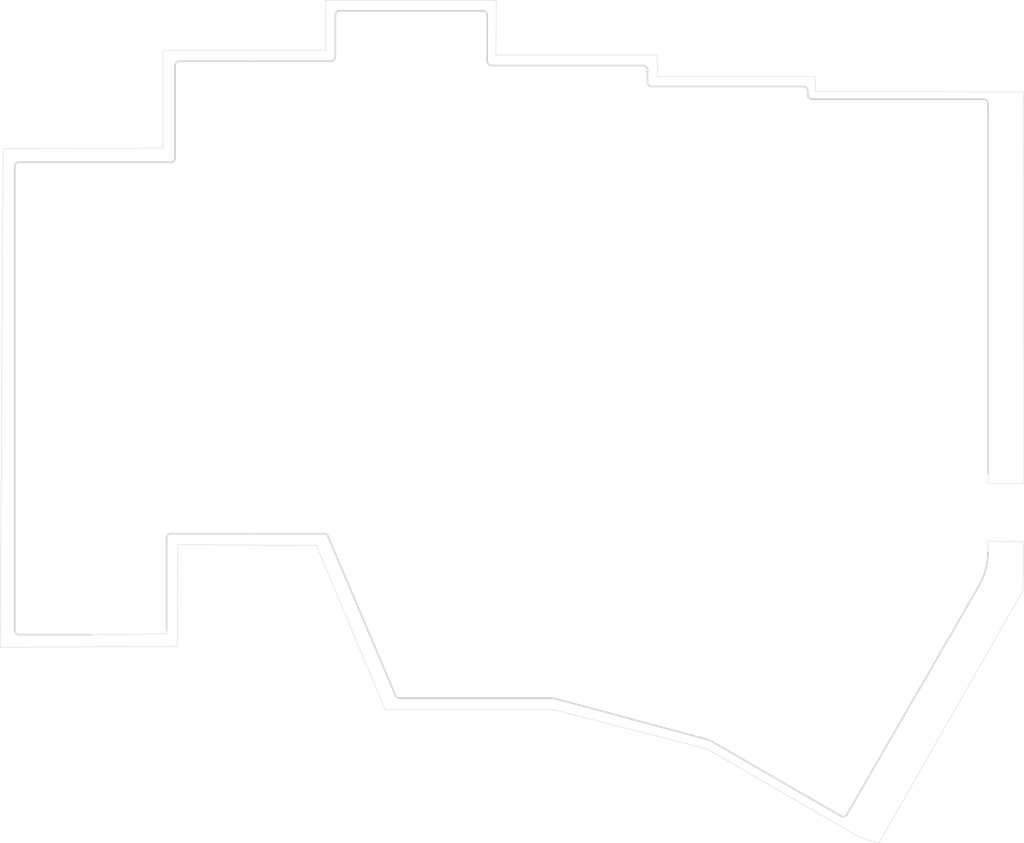
<source format=kicad_pcb>
(kicad_pcb (version 20211014) (generator pcbnew)

  (general
    (thickness 1.6)
  )

  (paper "User" 299.999 200)
  (title_block
    (title "PUlSO split keyboard")
    (rev "0.2")
    (comment 1 "Made by IGOR")
  )

  (layers
    (0 "F.Cu" signal)
    (31 "B.Cu" signal)
    (32 "B.Adhes" user "B.Adhesive")
    (33 "F.Adhes" user "F.Adhesive")
    (34 "B.Paste" user)
    (35 "F.Paste" user)
    (36 "B.SilkS" user "B.Silkscreen")
    (37 "F.SilkS" user "F.Silkscreen")
    (38 "B.Mask" user)
    (39 "F.Mask" user)
    (40 "Dwgs.User" user "User.Drawings")
    (41 "Cmts.User" user "User.Comments")
    (42 "Eco1.User" user "User.Eco1")
    (43 "Eco2.User" user "User.Eco2")
    (44 "Edge.Cuts" user)
    (45 "Margin" user)
    (46 "B.CrtYd" user "B.Courtyard")
    (47 "F.CrtYd" user "F.Courtyard")
    (48 "B.Fab" user)
    (49 "F.Fab" user)
    (50 "User.1" user)
    (51 "User.2" user)
    (52 "User.3" user)
    (53 "User.4" user)
    (54 "User.5" user)
    (55 "User.6" user)
    (56 "User.7" user)
    (57 "User.8" user)
    (58 "User.9" user)
  )

  (setup
    (stackup
      (layer "F.SilkS" (type "Top Silk Screen"))
      (layer "F.Paste" (type "Top Solder Paste"))
      (layer "F.Mask" (type "Top Solder Mask") (thickness 0.01))
      (layer "F.Cu" (type "copper") (thickness 0.035))
      (layer "dielectric 1" (type "core") (thickness 1.51) (material "FR4") (epsilon_r 4.5) (loss_tangent 0.02))
      (layer "B.Cu" (type "copper") (thickness 0.035))
      (layer "B.Mask" (type "Bottom Solder Mask") (thickness 0.01))
      (layer "B.Paste" (type "Bottom Solder Paste"))
      (layer "B.SilkS" (type "Bottom Silk Screen"))
      (copper_finish "None")
      (dielectric_constraints no)
    )
    (pad_to_mask_clearance 0)
    (pcbplotparams
      (layerselection 0x0001fff_ffffffff)
      (disableapertmacros false)
      (usegerberextensions true)
      (usegerberattributes false)
      (usegerberadvancedattributes false)
      (creategerberjobfile false)
      (svguseinch false)
      (svgprecision 6)
      (excludeedgelayer true)
      (plotframeref false)
      (viasonmask false)
      (mode 1)
      (useauxorigin false)
      (hpglpennumber 1)
      (hpglpenspeed 20)
      (hpglpendiameter 15.000000)
      (dxfpolygonmode true)
      (dxfimperialunits true)
      (dxfusepcbnewfont true)
      (psnegative false)
      (psa4output false)
      (plotreference true)
      (plotvalue false)
      (plotinvisibletext false)
      (sketchpadsonfab false)
      (subtractmaskfromsilk true)
      (outputformat 1)
      (mirror false)
      (drillshape 0)
      (scaleselection 1)
      (outputdirectory "gerber/")
    )
  )

  (net 0 "")

  (gr_line (start 89.120861 97.067802) (end 80.427 97.067802) (layer "Edge.Cuts") (width 0.2) (tstamp 0116e57b-33be-4cd0-af3d-8c38d6adca56))
  (gr_line (start 168.020001 99.27334) (end 168.03 97.94) (layer "Edge.Cuts") (width 0.05) (tstamp 038e449f-db6b-4173-9631-7e9e3734990d))
  (gr_arc (start 116.090412 116.617803) (mid 116.351465 116.634908) (end 116.60805 116.685951) (layer "Edge.Cuts") (width 0.2) (tstamp 0b556fd1-0d0b-44e3-b07a-b505dfe765bb))
  (gr_line (start 71.902 40.917803) (end 80.427 40.917803) (layer "Edge.Cuts") (width 0.2) (tstamp 0b8e0bd1-c44a-4568-ba73-3a2a0a58391f))
  (gr_line (start 88.21 98.47) (end 71.75 98.37) (layer "Edge.Cuts") (width 0.05) (tstamp 0e1a7bf5-e441-4b04-926c-2e2491088c3d))
  (gr_line (start 90.952 34.917803) (end 99.477 34.917803) (layer "Edge.Cuts") (width 0.2) (tstamp 12cec26d-084c-42c6-ba8d-5fffba99108c))
  (gr_line (start 137.577 43.917803) (end 146.102 43.917803) (layer "Edge.Cuts") (width 0.2) (tstamp 148c051c-a5dc-4f1d-bdbb-5ec92c3cb2db))
  (gr_arc (start 146.102 43.917803) (mid 146.45553 44.064266) (end 146.602 44.417803) (layer "Edge.Cuts") (width 0.2) (tstamp 1958a807-a16c-4629-842f-65f699851bfa))
  (gr_line (start 169.93 44.56) (end 172.27 44.55) (layer "Edge.Cuts") (width 0.05) (tstamp 1d0ffc3c-df9d-4063-b88a-c5fd9d7dfb5e))
  (gr_line (start 96.38 118.01) (end 88.21 98.47) (layer "Edge.Cuts") (width 0.05) (tstamp 1d18a2c5-e7ef-45cd-8e7b-406cefa23b68))
  (gr_line (start 172.16 103.9) (end 172.3 98.04) (layer "Edge.Cuts") (width 0.05) (tstamp 1d65f68b-e958-4239-b29c-9a75ea4a6d48))
  (gr_line (start 99.477 34.917803) (end 108.002 34.917803) (layer "Edge.Cuts") (width 0.2) (tstamp 2070c9ce-9ccd-4993-a4fa-0574ad501be3))
  (gr_line (start 106.762891 116.617803) (end 98.069031 116.617803) (layer "Edge.Cuts") (width 0.2) (tstamp 20de7c86-bd18-4245-bef5-e341d8fd5ca2))
  (gr_line (start 116.45 118.01) (end 96.38 118.01) (layer "Edge.Cuts") (width 0.05) (tstamp 212d89be-76bf-4af7-94f4-3f6802aa6089))
  (gr_line (start 109.002 41.417803) (end 118.527 41.417803) (layer "Edge.Cuts") (width 0.2) (tstamp 221fb60a-0f99-4511-9b60-1c88eab1ca3d))
  (gr_line (start 90.452 40.417803) (end 90.452 35.417803) (layer "Edge.Cuts") (width 0.2) (tstamp 2289fd5b-8ca5-4400-8250-570ebc0d23cd))
  (gr_line (start 61.377 109.067803) (end 52.852 109.067803) (layer "Edge.Cuts") (width 0.2) (tstamp 23c53030-68e8-4ec8-bdbe-82e1fc19067c))
  (gr_line (start 52.352 108.567803) (end 52.352 53.417804) (layer "Edge.Cuts") (width 0.2) (tstamp 23e4c49c-9d6e-4e5b-a733-6825e1fbe2ff))
  (gr_line (start 172.16 103.9) (end 155.06 133.84) (layer "Edge.Cuts") (width 0.05) (tstamp 269a429f-b013-4c7c-9561-d15d38888046))
  (gr_arc (start 127.052 41.417803) (mid 127.40553 41.564266) (end 127.552 41.917803) (layer "Edge.Cuts") (width 0.2) (tstamp 2766d9f4-3a0e-41cb-896c-3fda6fd694dc))
  (gr_line (start 71.65 110.47) (end 50.62 110.58) (layer "Edge.Cuts") (width 0.05) (tstamp 27d8d442-5ef0-4692-a6a1-925aca7292c7))
  (gr_arc (start 89.12086 97.067803) (mid 89.396942 97.150937) (end 89.58122 97.372688) (layer "Edge.Cuts") (width 0.2) (tstamp 28a39b79-9ef1-4d19-bcc6-9bf1fe49f902))
  (gr_line (start 168.06475 89.920873) (end 168.06475 47.501) (layer "Edge.Cuts") (width 0.2) (tstamp 2b78d2d5-6064-4bae-b6f1-52b472b5fd1a))
  (gr_line (start 118.527 41.417803) (end 127.052 41.417803) (layer "Edge.Cuts") (width 0.2) (tstamp 36033cb3-ab8b-4598-9ce3-7257b763fb62))
  (gr_line (start 125.617744 119.100091) (end 116.60805 116.685951) (layer "Edge.Cuts") (width 0.2) (tstamp 36a89426-3840-4fed-b12b-195e8666e05a))
  (gr_line (start 116.090412 116.617803) (end 106.762891 116.617803) (layer "Edge.Cuts") (width 0.2) (tstamp 3808a85d-ee81-4f85-a510-0c29dca6839b))
  (gr_line (start 70.402001 97.567802) (end 70.402001 108.567803) (layer "Edge.Cuts") (width 0.2) (tstamp 3838342c-2a03-40ad-9944-5dea0b4a0a08))
  (gr_arc (start 168.020001 99.27334) (mid 167.747407 101.343892) (end 166.948204 103.27334) (layer "Edge.Cuts") (width 0.2) (tstamp 39c466c4-241b-4a57-b74c-321f46752fab))
  (gr_line (start 147.48 42.74) (end 147.52 44.53) (layer "Edge.Cuts") (width 0.05) (tstamp 3ad43d8c-03e0-4d2b-8e30-f15a3ff89319))
  (gr_arc (start 71.402 41.417803) (mid 71.548453 41.06425) (end 71.902 40.917803) (layer "Edge.Cuts") (width 0.2) (tstamp 3bb593f3-7799-4b1a-87fb-083b25091103))
  (gr_arc (start 52.852 109.067803) (mid 52.498488 108.921337) (end 52.352 108.567803) (layer "Edge.Cuts") (width 0.2) (tstamp 42fbffca-e38a-4e3c-9e55-0bab64d856a5))
  (gr_line (start 168.03 97.94) (end 172.3 98.04) (layer "Edge.Cuts") (width 0.05) (tstamp 46de0e48-1f91-4ff9-b113-2131963f92ef))
  (gr_line (start 147.10205 45.417803) (end 167.520054 45.42) (layer "Edge.Cuts") (width 0.2) (tstamp 52c63eb3-0988-4ebb-b8c5-6199d64ebcba))
  (gr_line (start 50.97 51.33) (end 69.97 51.23) (layer "Edge.Cuts") (width 0.05) (tstamp 537f0a06-17fa-4f2c-9423-4dcbd1f2466b))
  (gr_arc (start 70.402001 97.567803) (mid 70.548454 97.21425) (end 70.902 97.067802) (layer "Edge.Cuts") (width 0.2) (tstamp 56741c52-98d1-4580-a5cc-0973ff9ded39))
  (gr_line (start 152.65 133.09) (end 134.71 122.68) (layer "Edge.Cuts") (width 0.05) (tstamp 56cece4a-e459-4530-b0ba-6526169fbc02))
  (gr_arc (start 108.002 34.917803) (mid 108.35553 35.064266) (end 108.502 35.417803) (layer "Edge.Cuts") (width 0.2) (tstamp 58afa289-062d-420d-a5a0-69f7de84caf4))
  (gr_arc (start 52.352 53.417803) (mid 52.498453 53.06425) (end 52.852 52.917803) (layer "Edge.Cuts") (width 0.2) (tstamp 6985e8f8-491d-47f3-bdf8-ab695d830ed7))
  (gr_line (start 168.06475 47.501) (end 168.02 45.92) (layer "Edge.Cuts") (width 0.2) (tstamp 6dbb5c74-0adc-47fa-bbe8-282b53ddc336))
  (gr_line (start 128.052 43.917803) (end 137.577 43.917803) (layer "Edge.Cuts") (width 0.2) (tstamp 704c5c0c-99ba-48c3-a1dc-5f8860b16d94))
  (gr_line (start 127.552 41.917803) (end 127.552 43.417803) (layer "Edge.Cuts") (width 0.2) (tstamp 7381444e-1acf-4bae-a76c-e929048499e2))
  (gr_line (start 128.74 42.74) (end 147.48 42.74) (layer "Edge.Cuts") (width 0.05) (tstamp 7c80def2-9b7c-4eb8-8cd9-f04a3dea8617))
  (gr_line (start 52.852 52.917803) (end 61.377 52.917803) (layer "Edge.Cuts") (width 0.2) (tstamp 7e16da8c-5d29-4b9e-b74a-917882cef7d6))
  (gr_arc (start 128.052 43.917803) (mid 127.698488 43.771337) (end 127.552 43.417803) (layer "Edge.Cuts") (width 0.2) (tstamp 895cbb05-4180-48d3-92d8-f38531f43305))
  (gr_arc (start 134.627437 121.514231) (mid 134.875164 121.598327) (end 135.109799 121.714032) (layer "Edge.Cuts") (width 0.2) (tstamp 98f00952-af3c-4b73-8fb5-14031a4435f0))
  (gr_line (start 150.570536 130.640293) (end 135.109799 121.714032) (layer "Edge.Cuts") (width 0.2) (tstamp 99f59af1-e247-4d6e-8917-8f835f1db077))
  (gr_line (start 109.58 33.66) (end 109.54 40.19) (layer "Edge.Cuts") (width 0.05) (tstamp 9b4d5fdb-e61a-4a75-a36a-ba555209d1e0))
  (gr_arc (start 147.10205 45.417803) (mid 146.748506 45.271355) (end 146.602 44.917803) (layer "Edge.Cuts") (width 0.2) (tstamp 9bf60488-344c-422d-a6d6-151d9e1d7e45))
  (gr_line (start 50.62 110.58) (end 50.97 51.33) (layer "Edge.Cuts") (width 0.05) (tstamp 9d5e9d93-594d-45a6-aba1-158584433d17))
  (gr_line (start 71.402 52.417803) (end 71.402 41.417803) (layer "Edge.Cuts") (width 0.2) (tstamp 9fd44066-b43a-4931-868e-cd6ef76b305d))
  (gr_line (start 61.377 109.067803) (end 70.370549 108.96828) (layer "Edge.Cuts") (width 0.05) (tstamp a2e24ea3-ee00-40f9-99be-bc1f45c9fb41))
  (gr_line (start 172.3 91.09) (end 168.07 91.11) (layer "Edge.Cuts") (width 0.05) (tstamp a64631a0-2beb-4e9b-a0bb-748c8d1af0c6))
  (gr_arc (start 167.520054 45.42) (mid 167.873521 45.566511) (end 168.02 45.92) (layer "Edge.Cuts") (width 0.2) (tstamp a6a3176b-64bf-4e4e-9527-357d06016ac5))
  (gr_line (start 134.71 122.68) (end 116.45 118.01) (layer "Edge.Cuts") (width 0.05) (tstamp a81165a3-85e7-49c1-89d9-a645c3129725))
  (gr_line (start 61.377 52.917803) (end 70.902 52.917803) (layer "Edge.Cuts") (width 0.2) (tstamp abf12672-a8c1-4baf-b3ff-030544abf004))
  (gr_line (start 108.502 35.417803) (end 108.502 40.917803) (layer "Edge.Cuts") (width 0.2) (tstamp ae770b29-a220-4026-8b4d-259c859438a7))
  (gr_arc (start 71.401999 52.417804) (mid 71.255559 52.771356) (end 70.902 52.917803) (layer "Edge.Cuts") (width 0.2) (tstamp af5cc003-2575-45ac-b83c-c78149e892f8))
  (gr_line (start 69.97 51.23) (end 69.97 39.65) (layer "Edge.Cuts") (width 0.05) (tstamp b2b48436-d7e8-4110-99c4-45e5bb603fc9))
  (gr_line (start 172.27 44.55) (end 172.3 91.09) (layer "Edge.Cuts") (width 0.05) (tstamp b6b498f7-7aa9-4a97-a2e1-9271aa39934e))
  (gr_line (start 168.06475 89.920873) (end 168.07 91.11) (layer "Edge.Cuts") (width 0.05) (tstamp b8b24897-aa05-42c3-97c3-fb280dd973c6))
  (gr_line (start 152.65 133.09) (end 155.06 133.84) (layer "Edge.Cuts") (width 0.05) (tstamp bdb90ebc-cfb6-40e3-b1ae-0e48fae8fc21))
  (gr_arc (start 98.069031 116.617803) (mid 97.792961 116.534661) (end 97.608672 116.312917) (layer "Edge.Cuts") (width 0.2) (tstamp c3f92fc6-e9df-46f4-8368-b32224129815))
  (gr_line (start 134.627437 121.514231) (end 125.617744 119.100091) (layer "Edge.Cuts") (width 0.2) (tstamp c75a7a05-8d14-40b4-bbdf-c8e3fa49e789))
  (gr_line (start 80.427 40.917803) (end 89.952001 40.917803) (layer "Edge.Cuts") (width 0.2) (tstamp c80ed1b5-8ced-4912-bda8-0099351e14b6))
  (gr_line (start 128.7 40.19) (end 128.74 42.74) (layer "Edge.Cuts") (width 0.05) (tstamp c8efcd34-a538-4edc-9faf-8c4ec21eaaa1))
  (gr_line (start 80.427 97.067802) (end 70.902 97.067802) (layer "Edge.Cuts") (width 0.2) (tstamp c8fef463-af98-41bf-a7e5-adbdbfc4e353))
  (gr_arc (start 90.452 35.417803) (mid 90.598453 35.06425) (end 90.952 34.917803) (layer "Edge.Cuts") (width 0.2) (tstamp c91daf16-9d9b-4e14-82b8-e3b60d446a14))
  (gr_line (start 166.948204 103.27334) (end 151.253549 130.45728) (layer "Edge.Cuts") (width 0.2) (tstamp cab42a2c-10ae-48fc-b228-9ff51e47438a))
  (gr_arc (start 151.253549 130.45728) (mid 150.949945 130.690211) (end 150.570536 130.640293) (layer "Edge.Cuts") (width 0.2) (tstamp cd4b854f-ab50-4491-9d92-7a693f2bb623))
  (gr_line (start 71.75 98.37) (end 71.65 110.47) (layer "Edge.Cuts") (width 0.05) (tstamp d5ce4169-9385-4503-84f3-aea35a0d3d8f))
  (gr_arc (start 109.001999 41.417802) (mid 108.648424 41.271372) (end 108.502 40.917803) (layer "Edge.Cuts") (width 0.2) (tstamp e29b237d-1d6f-45f0-aa7c-4b64f2898730))
  (gr_line (start 89.29 33.66) (end 109.58 33.66) (layer "Edge.Cuts") (width 0.05) (tstamp e362a21d-d316-43f5-a64a-16172070ed56))
  (gr_line (start 147.52 44.53) (end 169.93 44.56) (layer "Edge.Cuts") (width 0.05) (tstamp e3644a10-5037-44d9-a9f6-3212ddc9a31e))
  (gr_line (start 146.602 44.417803) (end 146.602 44.917803) (layer "Edge.Cuts") (width 0.2) (tstamp e4ad62b9-d358-4a7b-a075-c668e4831fc9))
  (gr_line (start 69.97 39.65) (end 89.29 39.65) (layer "Edge.Cuts") (width 0.05) (tstamp e73a7bdc-7668-421e-9f10-be06fe216f25))
  (gr_line (start 89.29 39.65) (end 89.29 33.66) (layer "Edge.Cuts") (width 0.05) (tstamp ead0bfa9-6017-4937-8635-b52a9ee10e75))
  (gr_line (start 70.370549 108.96828) (end 70.402001 108.567803) (layer "Edge.Cuts") (width 0.05) (tstamp f4a9c2a6-e2d2-40f3-8287-c4ab5bcf8016))
  (gr_arc (start 90.452001 40.417803) (mid 90.305561 40.771357) (end 89.952001 40.917803) (layer "Edge.Cuts") (width 0.2) (tstamp f9e25a34-ff89-4c67-8bfc-bd3ecbdbdc12))
  (gr_line (start 97.608672 116.312917) (end 89.58122 97.372688) (layer "Edge.Cuts") (width 0.2) (tstamp fcad5392-b378-4f96-89f4-74dfb6a6a900))
  (gr_line (start 109.54 40.19) (end 128.7 40.19) (layer "Edge.Cuts") (width 0.05) (tstamp febdb631-6ad8-4618-8a99-ea64708587fc))

)

</source>
